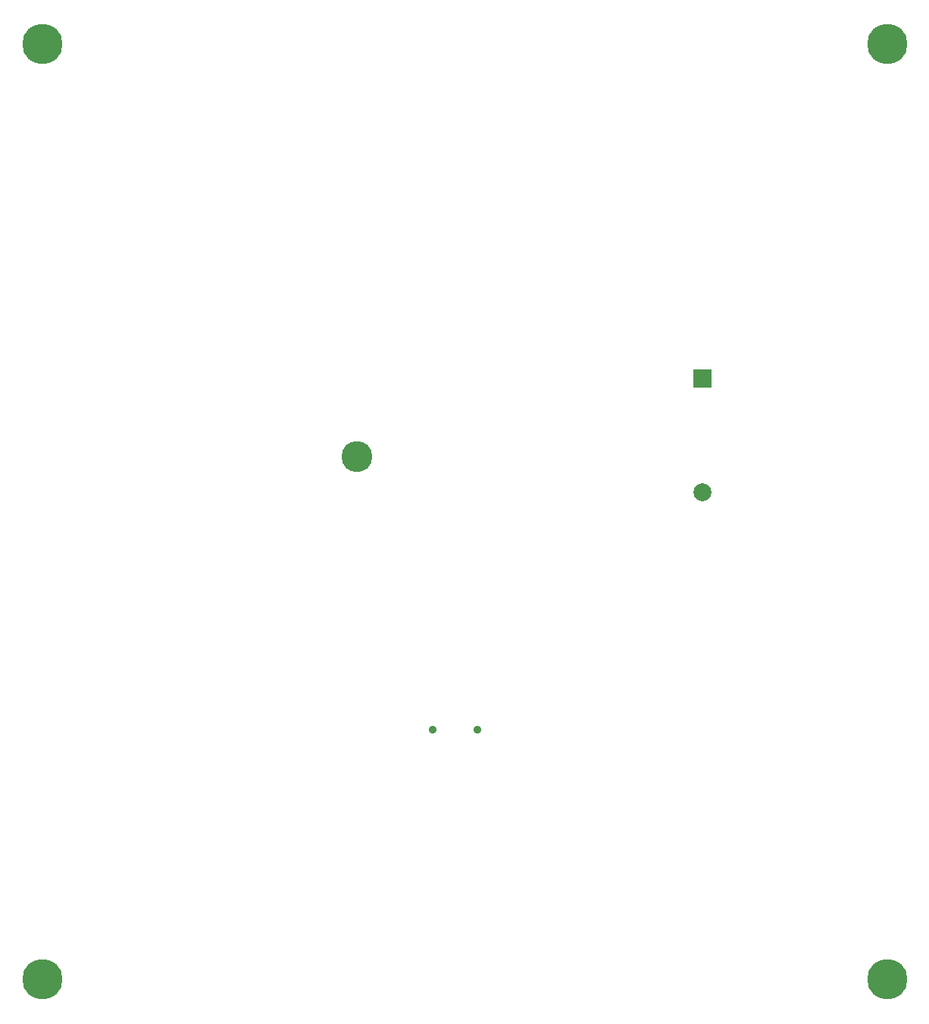
<source format=gbs>
G04 #@! TF.GenerationSoftware,KiCad,Pcbnew,8.0.5*
G04 #@! TF.CreationDate,2025-02-21T17:38:33-06:00*
G04 #@! TF.ProjectId,ArmorPlate,41726d6f-7250-46c6-9174-652e6b696361,rev?*
G04 #@! TF.SameCoordinates,Original*
G04 #@! TF.FileFunction,Soldermask,Bot*
G04 #@! TF.FilePolarity,Negative*
%FSLAX46Y46*%
G04 Gerber Fmt 4.6, Leading zero omitted, Abs format (unit mm)*
G04 Created by KiCad (PCBNEW 8.0.5) date 2025-02-21 17:38:33*
%MOMM*%
%LPD*%
G01*
G04 APERTURE LIST*
%ADD10C,0.900000*%
%ADD11C,4.500000*%
%ADD12C,3.450000*%
%ADD13R,2.000000X2.000000*%
%ADD14C,2.000000*%
G04 APERTURE END LIST*
D10*
X146130000Y-116840000D03*
X151130000Y-116840000D03*
D11*
X102550000Y-144700000D03*
X102550000Y-40300000D03*
X196950000Y-40300000D03*
X196950000Y-144700000D03*
D12*
X137690000Y-86350000D03*
D13*
X176300000Y-77650000D03*
D14*
X176300000Y-90350000D03*
M02*

</source>
